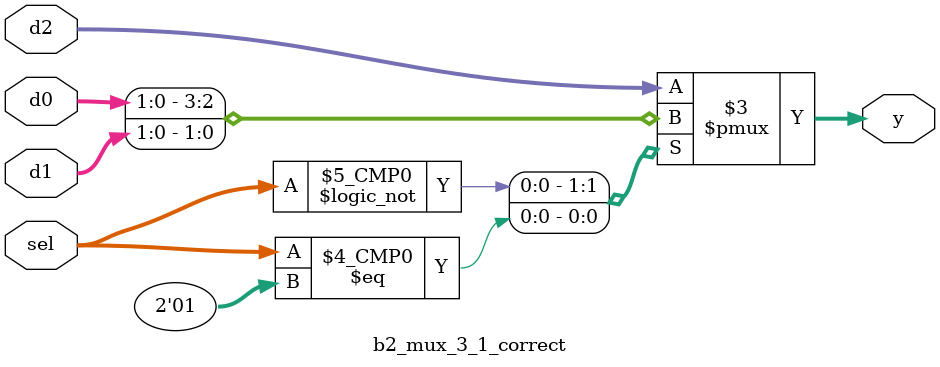
<source format=v>
module b2_mux_3_1_correct
(
  input      [1:0] d0, d1, d2,
  input      [1:0] sel,
  output reg [1:0] y
);

  always @ (*)
    case (sel)
      2'b00:   y = d0;
      2'b01:   y = d1;
      default: y = d2;
    endcase
endmodule
</source>
